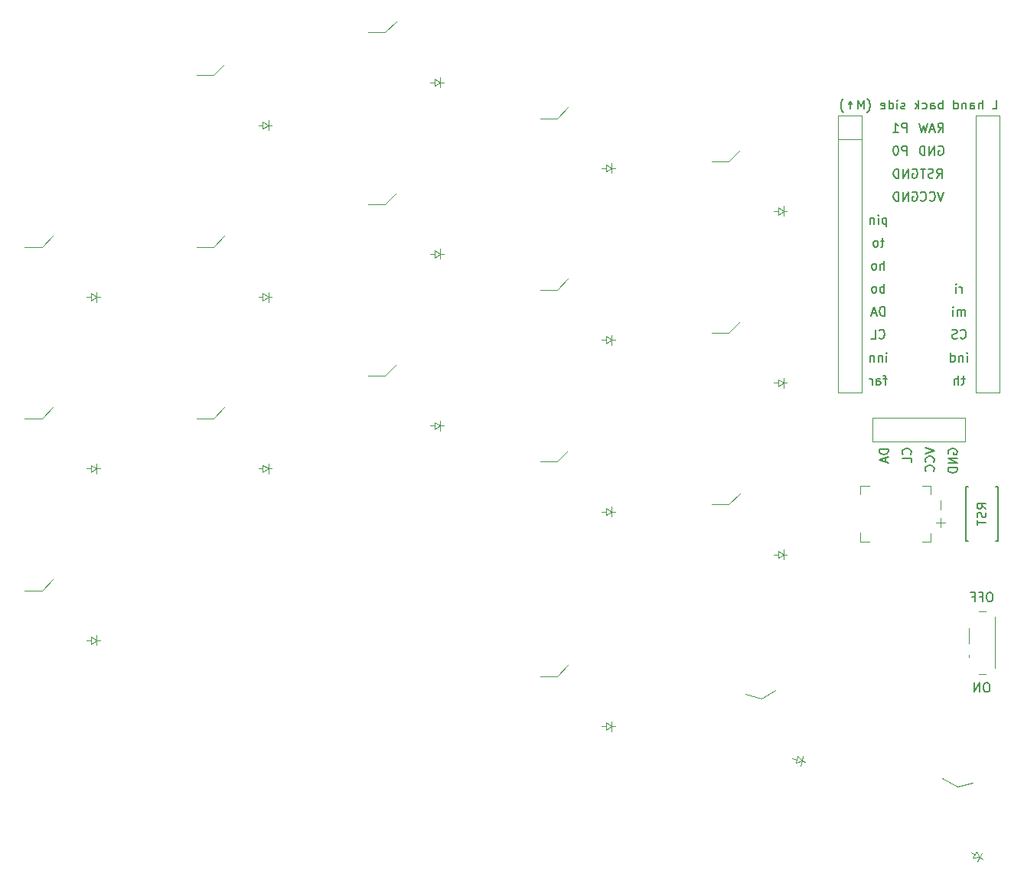
<source format=gbr>
%TF.GenerationSoftware,KiCad,Pcbnew,9.0.7*%
%TF.CreationDate,2026-01-26T01:07:57-05:00*%
%TF.ProjectId,v3,76332e6b-6963-4616-945f-706362585858,rev?*%
%TF.SameCoordinates,Original*%
%TF.FileFunction,Legend,Bot*%
%TF.FilePolarity,Positive*%
%FSLAX46Y46*%
G04 Gerber Fmt 4.6, Leading zero omitted, Abs format (unit mm)*
G04 Created by KiCad (PCBNEW 9.0.7) date 2026-01-26 01:07:57*
%MOMM*%
%LPD*%
G01*
G04 APERTURE LIST*
%ADD10C,0.150000*%
%ADD11C,0.100000*%
%ADD12C,0.120000*%
G04 APERTURE END LIST*
D10*
X190398094Y-66194819D02*
X190398094Y-65194819D01*
X190398094Y-65194819D02*
X190017142Y-65194819D01*
X190017142Y-65194819D02*
X189921904Y-65242438D01*
X189921904Y-65242438D02*
X189874285Y-65290057D01*
X189874285Y-65290057D02*
X189826666Y-65385295D01*
X189826666Y-65385295D02*
X189826666Y-65528152D01*
X189826666Y-65528152D02*
X189874285Y-65623390D01*
X189874285Y-65623390D02*
X189921904Y-65671009D01*
X189921904Y-65671009D02*
X190017142Y-65718628D01*
X190017142Y-65718628D02*
X190398094Y-65718628D01*
X189207618Y-65194819D02*
X189112380Y-65194819D01*
X189112380Y-65194819D02*
X189017142Y-65242438D01*
X189017142Y-65242438D02*
X188969523Y-65290057D01*
X188969523Y-65290057D02*
X188921904Y-65385295D01*
X188921904Y-65385295D02*
X188874285Y-65575771D01*
X188874285Y-65575771D02*
X188874285Y-65813866D01*
X188874285Y-65813866D02*
X188921904Y-66004342D01*
X188921904Y-66004342D02*
X188969523Y-66099580D01*
X188969523Y-66099580D02*
X189017142Y-66147200D01*
X189017142Y-66147200D02*
X189112380Y-66194819D01*
X189112380Y-66194819D02*
X189207618Y-66194819D01*
X189207618Y-66194819D02*
X189302856Y-66147200D01*
X189302856Y-66147200D02*
X189350475Y-66099580D01*
X189350475Y-66099580D02*
X189398094Y-66004342D01*
X189398094Y-66004342D02*
X189445713Y-65813866D01*
X189445713Y-65813866D02*
X189445713Y-65575771D01*
X189445713Y-65575771D02*
X189398094Y-65385295D01*
X189398094Y-65385295D02*
X189350475Y-65290057D01*
X189350475Y-65290057D02*
X189302856Y-65242438D01*
X189302856Y-65242438D02*
X189207618Y-65194819D01*
X188134761Y-89054819D02*
X188134761Y-88388152D01*
X188134761Y-88054819D02*
X188182380Y-88102438D01*
X188182380Y-88102438D02*
X188134761Y-88150057D01*
X188134761Y-88150057D02*
X188087142Y-88102438D01*
X188087142Y-88102438D02*
X188134761Y-88054819D01*
X188134761Y-88054819D02*
X188134761Y-88150057D01*
X187658571Y-88388152D02*
X187658571Y-89054819D01*
X187658571Y-88483390D02*
X187610952Y-88435771D01*
X187610952Y-88435771D02*
X187515714Y-88388152D01*
X187515714Y-88388152D02*
X187372857Y-88388152D01*
X187372857Y-88388152D02*
X187277619Y-88435771D01*
X187277619Y-88435771D02*
X187230000Y-88531009D01*
X187230000Y-88531009D02*
X187230000Y-89054819D01*
X186753809Y-88388152D02*
X186753809Y-89054819D01*
X186753809Y-88483390D02*
X186706190Y-88435771D01*
X186706190Y-88435771D02*
X186610952Y-88388152D01*
X186610952Y-88388152D02*
X186468095Y-88388152D01*
X186468095Y-88388152D02*
X186372857Y-88435771D01*
X186372857Y-88435771D02*
X186325238Y-88531009D01*
X186325238Y-88531009D02*
X186325238Y-89054819D01*
X193911904Y-65242438D02*
X194007142Y-65194819D01*
X194007142Y-65194819D02*
X194149999Y-65194819D01*
X194149999Y-65194819D02*
X194292856Y-65242438D01*
X194292856Y-65242438D02*
X194388094Y-65337676D01*
X194388094Y-65337676D02*
X194435713Y-65432914D01*
X194435713Y-65432914D02*
X194483332Y-65623390D01*
X194483332Y-65623390D02*
X194483332Y-65766247D01*
X194483332Y-65766247D02*
X194435713Y-65956723D01*
X194435713Y-65956723D02*
X194388094Y-66051961D01*
X194388094Y-66051961D02*
X194292856Y-66147200D01*
X194292856Y-66147200D02*
X194149999Y-66194819D01*
X194149999Y-66194819D02*
X194054761Y-66194819D01*
X194054761Y-66194819D02*
X193911904Y-66147200D01*
X193911904Y-66147200D02*
X193864285Y-66099580D01*
X193864285Y-66099580D02*
X193864285Y-65766247D01*
X193864285Y-65766247D02*
X194054761Y-65766247D01*
X193435713Y-66194819D02*
X193435713Y-65194819D01*
X193435713Y-65194819D02*
X192864285Y-66194819D01*
X192864285Y-66194819D02*
X192864285Y-65194819D01*
X192388094Y-66194819D02*
X192388094Y-65194819D01*
X192388094Y-65194819D02*
X192149999Y-65194819D01*
X192149999Y-65194819D02*
X192007142Y-65242438D01*
X192007142Y-65242438D02*
X191911904Y-65337676D01*
X191911904Y-65337676D02*
X191864285Y-65432914D01*
X191864285Y-65432914D02*
X191816666Y-65623390D01*
X191816666Y-65623390D02*
X191816666Y-65766247D01*
X191816666Y-65766247D02*
X191864285Y-65956723D01*
X191864285Y-65956723D02*
X191911904Y-66051961D01*
X191911904Y-66051961D02*
X192007142Y-66147200D01*
X192007142Y-66147200D02*
X192149999Y-66194819D01*
X192149999Y-66194819D02*
X192388094Y-66194819D01*
X187896666Y-78894819D02*
X187896666Y-77894819D01*
X187468095Y-78894819D02*
X187468095Y-78371009D01*
X187468095Y-78371009D02*
X187515714Y-78275771D01*
X187515714Y-78275771D02*
X187610952Y-78228152D01*
X187610952Y-78228152D02*
X187753809Y-78228152D01*
X187753809Y-78228152D02*
X187849047Y-78275771D01*
X187849047Y-78275771D02*
X187896666Y-78323390D01*
X186849047Y-78894819D02*
X186944285Y-78847200D01*
X186944285Y-78847200D02*
X186991904Y-78799580D01*
X186991904Y-78799580D02*
X187039523Y-78704342D01*
X187039523Y-78704342D02*
X187039523Y-78418628D01*
X187039523Y-78418628D02*
X186991904Y-78323390D01*
X186991904Y-78323390D02*
X186944285Y-78275771D01*
X186944285Y-78275771D02*
X186849047Y-78228152D01*
X186849047Y-78228152D02*
X186706190Y-78228152D01*
X186706190Y-78228152D02*
X186610952Y-78275771D01*
X186610952Y-78275771D02*
X186563333Y-78323390D01*
X186563333Y-78323390D02*
X186515714Y-78418628D01*
X186515714Y-78418628D02*
X186515714Y-78704342D01*
X186515714Y-78704342D02*
X186563333Y-78799580D01*
X186563333Y-78799580D02*
X186610952Y-78847200D01*
X186610952Y-78847200D02*
X186706190Y-78894819D01*
X186706190Y-78894819D02*
X186849047Y-78894819D01*
X193697619Y-68734819D02*
X194030952Y-68258628D01*
X194269047Y-68734819D02*
X194269047Y-67734819D01*
X194269047Y-67734819D02*
X193888095Y-67734819D01*
X193888095Y-67734819D02*
X193792857Y-67782438D01*
X193792857Y-67782438D02*
X193745238Y-67830057D01*
X193745238Y-67830057D02*
X193697619Y-67925295D01*
X193697619Y-67925295D02*
X193697619Y-68068152D01*
X193697619Y-68068152D02*
X193745238Y-68163390D01*
X193745238Y-68163390D02*
X193792857Y-68211009D01*
X193792857Y-68211009D02*
X193888095Y-68258628D01*
X193888095Y-68258628D02*
X194269047Y-68258628D01*
X193316666Y-68687200D02*
X193173809Y-68734819D01*
X193173809Y-68734819D02*
X192935714Y-68734819D01*
X192935714Y-68734819D02*
X192840476Y-68687200D01*
X192840476Y-68687200D02*
X192792857Y-68639580D01*
X192792857Y-68639580D02*
X192745238Y-68544342D01*
X192745238Y-68544342D02*
X192745238Y-68449104D01*
X192745238Y-68449104D02*
X192792857Y-68353866D01*
X192792857Y-68353866D02*
X192840476Y-68306247D01*
X192840476Y-68306247D02*
X192935714Y-68258628D01*
X192935714Y-68258628D02*
X193126190Y-68211009D01*
X193126190Y-68211009D02*
X193221428Y-68163390D01*
X193221428Y-68163390D02*
X193269047Y-68115771D01*
X193269047Y-68115771D02*
X193316666Y-68020533D01*
X193316666Y-68020533D02*
X193316666Y-67925295D01*
X193316666Y-67925295D02*
X193269047Y-67830057D01*
X193269047Y-67830057D02*
X193221428Y-67782438D01*
X193221428Y-67782438D02*
X193126190Y-67734819D01*
X193126190Y-67734819D02*
X192888095Y-67734819D01*
X192888095Y-67734819D02*
X192745238Y-67782438D01*
X192459523Y-67734819D02*
X191888095Y-67734819D01*
X192173809Y-68734819D02*
X192173809Y-67734819D01*
X196836665Y-83974819D02*
X196836665Y-83308152D01*
X196836665Y-83403390D02*
X196789046Y-83355771D01*
X196789046Y-83355771D02*
X196693808Y-83308152D01*
X196693808Y-83308152D02*
X196550951Y-83308152D01*
X196550951Y-83308152D02*
X196455713Y-83355771D01*
X196455713Y-83355771D02*
X196408094Y-83451009D01*
X196408094Y-83451009D02*
X196408094Y-83974819D01*
X196408094Y-83451009D02*
X196360475Y-83355771D01*
X196360475Y-83355771D02*
X196265237Y-83308152D01*
X196265237Y-83308152D02*
X196122380Y-83308152D01*
X196122380Y-83308152D02*
X196027141Y-83355771D01*
X196027141Y-83355771D02*
X195979522Y-83451009D01*
X195979522Y-83451009D02*
X195979522Y-83974819D01*
X195503332Y-83974819D02*
X195503332Y-83308152D01*
X195503332Y-82974819D02*
X195550951Y-83022438D01*
X195550951Y-83022438D02*
X195503332Y-83070057D01*
X195503332Y-83070057D02*
X195455713Y-83022438D01*
X195455713Y-83022438D02*
X195503332Y-82974819D01*
X195503332Y-82974819D02*
X195503332Y-83070057D01*
X187920475Y-83974819D02*
X187920475Y-82974819D01*
X187920475Y-82974819D02*
X187682380Y-82974819D01*
X187682380Y-82974819D02*
X187539523Y-83022438D01*
X187539523Y-83022438D02*
X187444285Y-83117676D01*
X187444285Y-83117676D02*
X187396666Y-83212914D01*
X187396666Y-83212914D02*
X187349047Y-83403390D01*
X187349047Y-83403390D02*
X187349047Y-83546247D01*
X187349047Y-83546247D02*
X187396666Y-83736723D01*
X187396666Y-83736723D02*
X187444285Y-83831961D01*
X187444285Y-83831961D02*
X187539523Y-83927200D01*
X187539523Y-83927200D02*
X187682380Y-83974819D01*
X187682380Y-83974819D02*
X187920475Y-83974819D01*
X186968094Y-83689104D02*
X186491904Y-83689104D01*
X187063332Y-83974819D02*
X186729999Y-82974819D01*
X186729999Y-82974819D02*
X186396666Y-83974819D01*
X188134761Y-73148152D02*
X188134761Y-74148152D01*
X188134761Y-73195771D02*
X188039523Y-73148152D01*
X188039523Y-73148152D02*
X187849047Y-73148152D01*
X187849047Y-73148152D02*
X187753809Y-73195771D01*
X187753809Y-73195771D02*
X187706190Y-73243390D01*
X187706190Y-73243390D02*
X187658571Y-73338628D01*
X187658571Y-73338628D02*
X187658571Y-73624342D01*
X187658571Y-73624342D02*
X187706190Y-73719580D01*
X187706190Y-73719580D02*
X187753809Y-73767200D01*
X187753809Y-73767200D02*
X187849047Y-73814819D01*
X187849047Y-73814819D02*
X188039523Y-73814819D01*
X188039523Y-73814819D02*
X188134761Y-73767200D01*
X187229999Y-73814819D02*
X187229999Y-73148152D01*
X187229999Y-72814819D02*
X187277618Y-72862438D01*
X187277618Y-72862438D02*
X187229999Y-72910057D01*
X187229999Y-72910057D02*
X187182380Y-72862438D01*
X187182380Y-72862438D02*
X187229999Y-72814819D01*
X187229999Y-72814819D02*
X187229999Y-72910057D01*
X186753809Y-73148152D02*
X186753809Y-73814819D01*
X186753809Y-73243390D02*
X186706190Y-73195771D01*
X186706190Y-73195771D02*
X186610952Y-73148152D01*
X186610952Y-73148152D02*
X186468095Y-73148152D01*
X186468095Y-73148152D02*
X186372857Y-73195771D01*
X186372857Y-73195771D02*
X186325238Y-73291009D01*
X186325238Y-73291009D02*
X186325238Y-73814819D01*
X199842858Y-61109819D02*
X200319048Y-61109819D01*
X200319048Y-61109819D02*
X200319048Y-60109819D01*
X198747619Y-61109819D02*
X198747619Y-60109819D01*
X198319048Y-61109819D02*
X198319048Y-60586009D01*
X198319048Y-60586009D02*
X198366667Y-60490771D01*
X198366667Y-60490771D02*
X198461905Y-60443152D01*
X198461905Y-60443152D02*
X198604762Y-60443152D01*
X198604762Y-60443152D02*
X198700000Y-60490771D01*
X198700000Y-60490771D02*
X198747619Y-60538390D01*
X197414286Y-61109819D02*
X197414286Y-60586009D01*
X197414286Y-60586009D02*
X197461905Y-60490771D01*
X197461905Y-60490771D02*
X197557143Y-60443152D01*
X197557143Y-60443152D02*
X197747619Y-60443152D01*
X197747619Y-60443152D02*
X197842857Y-60490771D01*
X197414286Y-61062200D02*
X197509524Y-61109819D01*
X197509524Y-61109819D02*
X197747619Y-61109819D01*
X197747619Y-61109819D02*
X197842857Y-61062200D01*
X197842857Y-61062200D02*
X197890476Y-60966961D01*
X197890476Y-60966961D02*
X197890476Y-60871723D01*
X197890476Y-60871723D02*
X197842857Y-60776485D01*
X197842857Y-60776485D02*
X197747619Y-60728866D01*
X197747619Y-60728866D02*
X197509524Y-60728866D01*
X197509524Y-60728866D02*
X197414286Y-60681247D01*
X196938095Y-60443152D02*
X196938095Y-61109819D01*
X196938095Y-60538390D02*
X196890476Y-60490771D01*
X196890476Y-60490771D02*
X196795238Y-60443152D01*
X196795238Y-60443152D02*
X196652381Y-60443152D01*
X196652381Y-60443152D02*
X196557143Y-60490771D01*
X196557143Y-60490771D02*
X196509524Y-60586009D01*
X196509524Y-60586009D02*
X196509524Y-61109819D01*
X195604762Y-61109819D02*
X195604762Y-60109819D01*
X195604762Y-61062200D02*
X195700000Y-61109819D01*
X195700000Y-61109819D02*
X195890476Y-61109819D01*
X195890476Y-61109819D02*
X195985714Y-61062200D01*
X195985714Y-61062200D02*
X196033333Y-61014580D01*
X196033333Y-61014580D02*
X196080952Y-60919342D01*
X196080952Y-60919342D02*
X196080952Y-60633628D01*
X196080952Y-60633628D02*
X196033333Y-60538390D01*
X196033333Y-60538390D02*
X195985714Y-60490771D01*
X195985714Y-60490771D02*
X195890476Y-60443152D01*
X195890476Y-60443152D02*
X195700000Y-60443152D01*
X195700000Y-60443152D02*
X195604762Y-60490771D01*
X194366666Y-61109819D02*
X194366666Y-60109819D01*
X194366666Y-60490771D02*
X194271428Y-60443152D01*
X194271428Y-60443152D02*
X194080952Y-60443152D01*
X194080952Y-60443152D02*
X193985714Y-60490771D01*
X193985714Y-60490771D02*
X193938095Y-60538390D01*
X193938095Y-60538390D02*
X193890476Y-60633628D01*
X193890476Y-60633628D02*
X193890476Y-60919342D01*
X193890476Y-60919342D02*
X193938095Y-61014580D01*
X193938095Y-61014580D02*
X193985714Y-61062200D01*
X193985714Y-61062200D02*
X194080952Y-61109819D01*
X194080952Y-61109819D02*
X194271428Y-61109819D01*
X194271428Y-61109819D02*
X194366666Y-61062200D01*
X193033333Y-61109819D02*
X193033333Y-60586009D01*
X193033333Y-60586009D02*
X193080952Y-60490771D01*
X193080952Y-60490771D02*
X193176190Y-60443152D01*
X193176190Y-60443152D02*
X193366666Y-60443152D01*
X193366666Y-60443152D02*
X193461904Y-60490771D01*
X193033333Y-61062200D02*
X193128571Y-61109819D01*
X193128571Y-61109819D02*
X193366666Y-61109819D01*
X193366666Y-61109819D02*
X193461904Y-61062200D01*
X193461904Y-61062200D02*
X193509523Y-60966961D01*
X193509523Y-60966961D02*
X193509523Y-60871723D01*
X193509523Y-60871723D02*
X193461904Y-60776485D01*
X193461904Y-60776485D02*
X193366666Y-60728866D01*
X193366666Y-60728866D02*
X193128571Y-60728866D01*
X193128571Y-60728866D02*
X193033333Y-60681247D01*
X192128571Y-61062200D02*
X192223809Y-61109819D01*
X192223809Y-61109819D02*
X192414285Y-61109819D01*
X192414285Y-61109819D02*
X192509523Y-61062200D01*
X192509523Y-61062200D02*
X192557142Y-61014580D01*
X192557142Y-61014580D02*
X192604761Y-60919342D01*
X192604761Y-60919342D02*
X192604761Y-60633628D01*
X192604761Y-60633628D02*
X192557142Y-60538390D01*
X192557142Y-60538390D02*
X192509523Y-60490771D01*
X192509523Y-60490771D02*
X192414285Y-60443152D01*
X192414285Y-60443152D02*
X192223809Y-60443152D01*
X192223809Y-60443152D02*
X192128571Y-60490771D01*
X191699999Y-61109819D02*
X191699999Y-60109819D01*
X191604761Y-60728866D02*
X191319047Y-61109819D01*
X191319047Y-60443152D02*
X191699999Y-60824104D01*
X190176189Y-61062200D02*
X190080951Y-61109819D01*
X190080951Y-61109819D02*
X189890475Y-61109819D01*
X189890475Y-61109819D02*
X189795237Y-61062200D01*
X189795237Y-61062200D02*
X189747618Y-60966961D01*
X189747618Y-60966961D02*
X189747618Y-60919342D01*
X189747618Y-60919342D02*
X189795237Y-60824104D01*
X189795237Y-60824104D02*
X189890475Y-60776485D01*
X189890475Y-60776485D02*
X190033332Y-60776485D01*
X190033332Y-60776485D02*
X190128570Y-60728866D01*
X190128570Y-60728866D02*
X190176189Y-60633628D01*
X190176189Y-60633628D02*
X190176189Y-60586009D01*
X190176189Y-60586009D02*
X190128570Y-60490771D01*
X190128570Y-60490771D02*
X190033332Y-60443152D01*
X190033332Y-60443152D02*
X189890475Y-60443152D01*
X189890475Y-60443152D02*
X189795237Y-60490771D01*
X189319046Y-61109819D02*
X189319046Y-60443152D01*
X189319046Y-60109819D02*
X189366665Y-60157438D01*
X189366665Y-60157438D02*
X189319046Y-60205057D01*
X189319046Y-60205057D02*
X189271427Y-60157438D01*
X189271427Y-60157438D02*
X189319046Y-60109819D01*
X189319046Y-60109819D02*
X189319046Y-60205057D01*
X188414285Y-61109819D02*
X188414285Y-60109819D01*
X188414285Y-61062200D02*
X188509523Y-61109819D01*
X188509523Y-61109819D02*
X188699999Y-61109819D01*
X188699999Y-61109819D02*
X188795237Y-61062200D01*
X188795237Y-61062200D02*
X188842856Y-61014580D01*
X188842856Y-61014580D02*
X188890475Y-60919342D01*
X188890475Y-60919342D02*
X188890475Y-60633628D01*
X188890475Y-60633628D02*
X188842856Y-60538390D01*
X188842856Y-60538390D02*
X188795237Y-60490771D01*
X188795237Y-60490771D02*
X188699999Y-60443152D01*
X188699999Y-60443152D02*
X188509523Y-60443152D01*
X188509523Y-60443152D02*
X188414285Y-60490771D01*
X187557142Y-61062200D02*
X187652380Y-61109819D01*
X187652380Y-61109819D02*
X187842856Y-61109819D01*
X187842856Y-61109819D02*
X187938094Y-61062200D01*
X187938094Y-61062200D02*
X187985713Y-60966961D01*
X187985713Y-60966961D02*
X187985713Y-60586009D01*
X187985713Y-60586009D02*
X187938094Y-60490771D01*
X187938094Y-60490771D02*
X187842856Y-60443152D01*
X187842856Y-60443152D02*
X187652380Y-60443152D01*
X187652380Y-60443152D02*
X187557142Y-60490771D01*
X187557142Y-60490771D02*
X187509523Y-60586009D01*
X187509523Y-60586009D02*
X187509523Y-60681247D01*
X187509523Y-60681247D02*
X187985713Y-60776485D01*
X186033332Y-61490771D02*
X186080951Y-61443152D01*
X186080951Y-61443152D02*
X186176189Y-61300295D01*
X186176189Y-61300295D02*
X186223808Y-61205057D01*
X186223808Y-61205057D02*
X186271427Y-61062200D01*
X186271427Y-61062200D02*
X186319046Y-60824104D01*
X186319046Y-60824104D02*
X186319046Y-60633628D01*
X186319046Y-60633628D02*
X186271427Y-60395533D01*
X186271427Y-60395533D02*
X186223808Y-60252676D01*
X186223808Y-60252676D02*
X186176189Y-60157438D01*
X186176189Y-60157438D02*
X186080951Y-60014580D01*
X186080951Y-60014580D02*
X186033332Y-59966961D01*
X185652379Y-61109819D02*
X185652379Y-60109819D01*
X185652379Y-60109819D02*
X185319046Y-60824104D01*
X185319046Y-60824104D02*
X184985713Y-60109819D01*
X184985713Y-60109819D02*
X184985713Y-61109819D01*
X184128570Y-61109819D02*
X184128570Y-60347914D01*
X184319046Y-60538390D02*
X184128570Y-60347914D01*
X184128570Y-60347914D02*
X183938094Y-60538390D01*
X183366665Y-61490771D02*
X183319046Y-61443152D01*
X183319046Y-61443152D02*
X183223808Y-61300295D01*
X183223808Y-61300295D02*
X183176189Y-61205057D01*
X183176189Y-61205057D02*
X183128570Y-61062200D01*
X183128570Y-61062200D02*
X183080951Y-60824104D01*
X183080951Y-60824104D02*
X183080951Y-60633628D01*
X183080951Y-60633628D02*
X183128570Y-60395533D01*
X183128570Y-60395533D02*
X183176189Y-60252676D01*
X183176189Y-60252676D02*
X183223808Y-60157438D01*
X183223808Y-60157438D02*
X183319046Y-60014580D01*
X183319046Y-60014580D02*
X183366665Y-59966961D01*
X196812856Y-90928152D02*
X196431904Y-90928152D01*
X196669999Y-90594819D02*
X196669999Y-91451961D01*
X196669999Y-91451961D02*
X196622380Y-91547200D01*
X196622380Y-91547200D02*
X196527142Y-91594819D01*
X196527142Y-91594819D02*
X196431904Y-91594819D01*
X196098570Y-91594819D02*
X196098570Y-90594819D01*
X195669999Y-91594819D02*
X195669999Y-91071009D01*
X195669999Y-91071009D02*
X195717618Y-90975771D01*
X195717618Y-90975771D02*
X195812856Y-90928152D01*
X195812856Y-90928152D02*
X195955713Y-90928152D01*
X195955713Y-90928152D02*
X196050951Y-90975771D01*
X196050951Y-90975771D02*
X196098570Y-91023390D01*
X191011904Y-70322438D02*
X191107142Y-70274819D01*
X191107142Y-70274819D02*
X191249999Y-70274819D01*
X191249999Y-70274819D02*
X191392856Y-70322438D01*
X191392856Y-70322438D02*
X191488094Y-70417676D01*
X191488094Y-70417676D02*
X191535713Y-70512914D01*
X191535713Y-70512914D02*
X191583332Y-70703390D01*
X191583332Y-70703390D02*
X191583332Y-70846247D01*
X191583332Y-70846247D02*
X191535713Y-71036723D01*
X191535713Y-71036723D02*
X191488094Y-71131961D01*
X191488094Y-71131961D02*
X191392856Y-71227200D01*
X191392856Y-71227200D02*
X191249999Y-71274819D01*
X191249999Y-71274819D02*
X191154761Y-71274819D01*
X191154761Y-71274819D02*
X191011904Y-71227200D01*
X191011904Y-71227200D02*
X190964285Y-71179580D01*
X190964285Y-71179580D02*
X190964285Y-70846247D01*
X190964285Y-70846247D02*
X191154761Y-70846247D01*
X190535713Y-71274819D02*
X190535713Y-70274819D01*
X190535713Y-70274819D02*
X189964285Y-71274819D01*
X189964285Y-71274819D02*
X189964285Y-70274819D01*
X189488094Y-71274819D02*
X189488094Y-70274819D01*
X189488094Y-70274819D02*
X189249999Y-70274819D01*
X189249999Y-70274819D02*
X189107142Y-70322438D01*
X189107142Y-70322438D02*
X189011904Y-70417676D01*
X189011904Y-70417676D02*
X188964285Y-70512914D01*
X188964285Y-70512914D02*
X188916666Y-70703390D01*
X188916666Y-70703390D02*
X188916666Y-70846247D01*
X188916666Y-70846247D02*
X188964285Y-71036723D01*
X188964285Y-71036723D02*
X189011904Y-71131961D01*
X189011904Y-71131961D02*
X189107142Y-71227200D01*
X189107142Y-71227200D02*
X189249999Y-71274819D01*
X189249999Y-71274819D02*
X189488094Y-71274819D01*
X193840476Y-63654819D02*
X194173809Y-63178628D01*
X194411904Y-63654819D02*
X194411904Y-62654819D01*
X194411904Y-62654819D02*
X194030952Y-62654819D01*
X194030952Y-62654819D02*
X193935714Y-62702438D01*
X193935714Y-62702438D02*
X193888095Y-62750057D01*
X193888095Y-62750057D02*
X193840476Y-62845295D01*
X193840476Y-62845295D02*
X193840476Y-62988152D01*
X193840476Y-62988152D02*
X193888095Y-63083390D01*
X193888095Y-63083390D02*
X193935714Y-63131009D01*
X193935714Y-63131009D02*
X194030952Y-63178628D01*
X194030952Y-63178628D02*
X194411904Y-63178628D01*
X193459523Y-63369104D02*
X192983333Y-63369104D01*
X193554761Y-63654819D02*
X193221428Y-62654819D01*
X193221428Y-62654819D02*
X192888095Y-63654819D01*
X192649999Y-62654819D02*
X192411904Y-63654819D01*
X192411904Y-63654819D02*
X192221428Y-62940533D01*
X192221428Y-62940533D02*
X192030952Y-63654819D01*
X192030952Y-63654819D02*
X191792857Y-62654819D01*
X191011904Y-67782438D02*
X191107142Y-67734819D01*
X191107142Y-67734819D02*
X191249999Y-67734819D01*
X191249999Y-67734819D02*
X191392856Y-67782438D01*
X191392856Y-67782438D02*
X191488094Y-67877676D01*
X191488094Y-67877676D02*
X191535713Y-67972914D01*
X191535713Y-67972914D02*
X191583332Y-68163390D01*
X191583332Y-68163390D02*
X191583332Y-68306247D01*
X191583332Y-68306247D02*
X191535713Y-68496723D01*
X191535713Y-68496723D02*
X191488094Y-68591961D01*
X191488094Y-68591961D02*
X191392856Y-68687200D01*
X191392856Y-68687200D02*
X191249999Y-68734819D01*
X191249999Y-68734819D02*
X191154761Y-68734819D01*
X191154761Y-68734819D02*
X191011904Y-68687200D01*
X191011904Y-68687200D02*
X190964285Y-68639580D01*
X190964285Y-68639580D02*
X190964285Y-68306247D01*
X190964285Y-68306247D02*
X191154761Y-68306247D01*
X190535713Y-68734819D02*
X190535713Y-67734819D01*
X190535713Y-67734819D02*
X189964285Y-68734819D01*
X189964285Y-68734819D02*
X189964285Y-67734819D01*
X189488094Y-68734819D02*
X189488094Y-67734819D01*
X189488094Y-67734819D02*
X189249999Y-67734819D01*
X189249999Y-67734819D02*
X189107142Y-67782438D01*
X189107142Y-67782438D02*
X189011904Y-67877676D01*
X189011904Y-67877676D02*
X188964285Y-67972914D01*
X188964285Y-67972914D02*
X188916666Y-68163390D01*
X188916666Y-68163390D02*
X188916666Y-68306247D01*
X188916666Y-68306247D02*
X188964285Y-68496723D01*
X188964285Y-68496723D02*
X189011904Y-68591961D01*
X189011904Y-68591961D02*
X189107142Y-68687200D01*
X189107142Y-68687200D02*
X189249999Y-68734819D01*
X189249999Y-68734819D02*
X189488094Y-68734819D01*
X190398094Y-63654819D02*
X190398094Y-62654819D01*
X190398094Y-62654819D02*
X190017142Y-62654819D01*
X190017142Y-62654819D02*
X189921904Y-62702438D01*
X189921904Y-62702438D02*
X189874285Y-62750057D01*
X189874285Y-62750057D02*
X189826666Y-62845295D01*
X189826666Y-62845295D02*
X189826666Y-62988152D01*
X189826666Y-62988152D02*
X189874285Y-63083390D01*
X189874285Y-63083390D02*
X189921904Y-63131009D01*
X189921904Y-63131009D02*
X190017142Y-63178628D01*
X190017142Y-63178628D02*
X190398094Y-63178628D01*
X188874285Y-63654819D02*
X189445713Y-63654819D01*
X189159999Y-63654819D02*
X189159999Y-62654819D01*
X189159999Y-62654819D02*
X189255237Y-62797676D01*
X189255237Y-62797676D02*
X189350475Y-62892914D01*
X189350475Y-62892914D02*
X189445713Y-62940533D01*
X187896666Y-81434819D02*
X187896666Y-80434819D01*
X187896666Y-80815771D02*
X187801428Y-80768152D01*
X187801428Y-80768152D02*
X187610952Y-80768152D01*
X187610952Y-80768152D02*
X187515714Y-80815771D01*
X187515714Y-80815771D02*
X187468095Y-80863390D01*
X187468095Y-80863390D02*
X187420476Y-80958628D01*
X187420476Y-80958628D02*
X187420476Y-81244342D01*
X187420476Y-81244342D02*
X187468095Y-81339580D01*
X187468095Y-81339580D02*
X187515714Y-81387200D01*
X187515714Y-81387200D02*
X187610952Y-81434819D01*
X187610952Y-81434819D02*
X187801428Y-81434819D01*
X187801428Y-81434819D02*
X187896666Y-81387200D01*
X186849047Y-81434819D02*
X186944285Y-81387200D01*
X186944285Y-81387200D02*
X186991904Y-81339580D01*
X186991904Y-81339580D02*
X187039523Y-81244342D01*
X187039523Y-81244342D02*
X187039523Y-80958628D01*
X187039523Y-80958628D02*
X186991904Y-80863390D01*
X186991904Y-80863390D02*
X186944285Y-80815771D01*
X186944285Y-80815771D02*
X186849047Y-80768152D01*
X186849047Y-80768152D02*
X186706190Y-80768152D01*
X186706190Y-80768152D02*
X186610952Y-80815771D01*
X186610952Y-80815771D02*
X186563333Y-80863390D01*
X186563333Y-80863390D02*
X186515714Y-80958628D01*
X186515714Y-80958628D02*
X186515714Y-81244342D01*
X186515714Y-81244342D02*
X186563333Y-81339580D01*
X186563333Y-81339580D02*
X186610952Y-81387200D01*
X186610952Y-81387200D02*
X186706190Y-81434819D01*
X186706190Y-81434819D02*
X186849047Y-81434819D01*
X187872856Y-75688152D02*
X187491904Y-75688152D01*
X187729999Y-75354819D02*
X187729999Y-76211961D01*
X187729999Y-76211961D02*
X187682380Y-76307200D01*
X187682380Y-76307200D02*
X187587142Y-76354819D01*
X187587142Y-76354819D02*
X187491904Y-76354819D01*
X187015713Y-76354819D02*
X187110951Y-76307200D01*
X187110951Y-76307200D02*
X187158570Y-76259580D01*
X187158570Y-76259580D02*
X187206189Y-76164342D01*
X187206189Y-76164342D02*
X187206189Y-75878628D01*
X187206189Y-75878628D02*
X187158570Y-75783390D01*
X187158570Y-75783390D02*
X187110951Y-75735771D01*
X187110951Y-75735771D02*
X187015713Y-75688152D01*
X187015713Y-75688152D02*
X186872856Y-75688152D01*
X186872856Y-75688152D02*
X186777618Y-75735771D01*
X186777618Y-75735771D02*
X186729999Y-75783390D01*
X186729999Y-75783390D02*
X186682380Y-75878628D01*
X186682380Y-75878628D02*
X186682380Y-76164342D01*
X186682380Y-76164342D02*
X186729999Y-76259580D01*
X186729999Y-76259580D02*
X186777618Y-76307200D01*
X186777618Y-76307200D02*
X186872856Y-76354819D01*
X186872856Y-76354819D02*
X187015713Y-76354819D01*
X188182380Y-90928152D02*
X187801428Y-90928152D01*
X188039523Y-91594819D02*
X188039523Y-90737676D01*
X188039523Y-90737676D02*
X187991904Y-90642438D01*
X187991904Y-90642438D02*
X187896666Y-90594819D01*
X187896666Y-90594819D02*
X187801428Y-90594819D01*
X187039523Y-91594819D02*
X187039523Y-91071009D01*
X187039523Y-91071009D02*
X187087142Y-90975771D01*
X187087142Y-90975771D02*
X187182380Y-90928152D01*
X187182380Y-90928152D02*
X187372856Y-90928152D01*
X187372856Y-90928152D02*
X187468094Y-90975771D01*
X187039523Y-91547200D02*
X187134761Y-91594819D01*
X187134761Y-91594819D02*
X187372856Y-91594819D01*
X187372856Y-91594819D02*
X187468094Y-91547200D01*
X187468094Y-91547200D02*
X187515713Y-91451961D01*
X187515713Y-91451961D02*
X187515713Y-91356723D01*
X187515713Y-91356723D02*
X187468094Y-91261485D01*
X187468094Y-91261485D02*
X187372856Y-91213866D01*
X187372856Y-91213866D02*
X187134761Y-91213866D01*
X187134761Y-91213866D02*
X187039523Y-91166247D01*
X186563332Y-91594819D02*
X186563332Y-90928152D01*
X186563332Y-91118628D02*
X186515713Y-91023390D01*
X186515713Y-91023390D02*
X186468094Y-90975771D01*
X186468094Y-90975771D02*
X186372856Y-90928152D01*
X186372856Y-90928152D02*
X186277618Y-90928152D01*
X196479523Y-81434819D02*
X196479523Y-80768152D01*
X196479523Y-80958628D02*
X196431904Y-80863390D01*
X196431904Y-80863390D02*
X196384285Y-80815771D01*
X196384285Y-80815771D02*
X196289047Y-80768152D01*
X196289047Y-80768152D02*
X196193809Y-80768152D01*
X195860475Y-81434819D02*
X195860475Y-80768152D01*
X195860475Y-80434819D02*
X195908094Y-80482438D01*
X195908094Y-80482438D02*
X195860475Y-80530057D01*
X195860475Y-80530057D02*
X195812856Y-80482438D01*
X195812856Y-80482438D02*
X195860475Y-80434819D01*
X195860475Y-80434819D02*
X195860475Y-80530057D01*
X196336666Y-86419580D02*
X196384285Y-86467200D01*
X196384285Y-86467200D02*
X196527142Y-86514819D01*
X196527142Y-86514819D02*
X196622380Y-86514819D01*
X196622380Y-86514819D02*
X196765237Y-86467200D01*
X196765237Y-86467200D02*
X196860475Y-86371961D01*
X196860475Y-86371961D02*
X196908094Y-86276723D01*
X196908094Y-86276723D02*
X196955713Y-86086247D01*
X196955713Y-86086247D02*
X196955713Y-85943390D01*
X196955713Y-85943390D02*
X196908094Y-85752914D01*
X196908094Y-85752914D02*
X196860475Y-85657676D01*
X196860475Y-85657676D02*
X196765237Y-85562438D01*
X196765237Y-85562438D02*
X196622380Y-85514819D01*
X196622380Y-85514819D02*
X196527142Y-85514819D01*
X196527142Y-85514819D02*
X196384285Y-85562438D01*
X196384285Y-85562438D02*
X196336666Y-85610057D01*
X195955713Y-86467200D02*
X195812856Y-86514819D01*
X195812856Y-86514819D02*
X195574761Y-86514819D01*
X195574761Y-86514819D02*
X195479523Y-86467200D01*
X195479523Y-86467200D02*
X195431904Y-86419580D01*
X195431904Y-86419580D02*
X195384285Y-86324342D01*
X195384285Y-86324342D02*
X195384285Y-86229104D01*
X195384285Y-86229104D02*
X195431904Y-86133866D01*
X195431904Y-86133866D02*
X195479523Y-86086247D01*
X195479523Y-86086247D02*
X195574761Y-86038628D01*
X195574761Y-86038628D02*
X195765237Y-85991009D01*
X195765237Y-85991009D02*
X195860475Y-85943390D01*
X195860475Y-85943390D02*
X195908094Y-85895771D01*
X195908094Y-85895771D02*
X195955713Y-85800533D01*
X195955713Y-85800533D02*
X195955713Y-85705295D01*
X195955713Y-85705295D02*
X195908094Y-85610057D01*
X195908094Y-85610057D02*
X195860475Y-85562438D01*
X195860475Y-85562438D02*
X195765237Y-85514819D01*
X195765237Y-85514819D02*
X195527142Y-85514819D01*
X195527142Y-85514819D02*
X195384285Y-85562438D01*
X197074761Y-89054819D02*
X197074761Y-88388152D01*
X197074761Y-88054819D02*
X197122380Y-88102438D01*
X197122380Y-88102438D02*
X197074761Y-88150057D01*
X197074761Y-88150057D02*
X197027142Y-88102438D01*
X197027142Y-88102438D02*
X197074761Y-88054819D01*
X197074761Y-88054819D02*
X197074761Y-88150057D01*
X196598571Y-88388152D02*
X196598571Y-89054819D01*
X196598571Y-88483390D02*
X196550952Y-88435771D01*
X196550952Y-88435771D02*
X196455714Y-88388152D01*
X196455714Y-88388152D02*
X196312857Y-88388152D01*
X196312857Y-88388152D02*
X196217619Y-88435771D01*
X196217619Y-88435771D02*
X196170000Y-88531009D01*
X196170000Y-88531009D02*
X196170000Y-89054819D01*
X195265238Y-89054819D02*
X195265238Y-88054819D01*
X195265238Y-89007200D02*
X195360476Y-89054819D01*
X195360476Y-89054819D02*
X195550952Y-89054819D01*
X195550952Y-89054819D02*
X195646190Y-89007200D01*
X195646190Y-89007200D02*
X195693809Y-88959580D01*
X195693809Y-88959580D02*
X195741428Y-88864342D01*
X195741428Y-88864342D02*
X195741428Y-88578628D01*
X195741428Y-88578628D02*
X195693809Y-88483390D01*
X195693809Y-88483390D02*
X195646190Y-88435771D01*
X195646190Y-88435771D02*
X195550952Y-88388152D01*
X195550952Y-88388152D02*
X195360476Y-88388152D01*
X195360476Y-88388152D02*
X195265238Y-88435771D01*
X194483332Y-70274819D02*
X194149999Y-71274819D01*
X194149999Y-71274819D02*
X193816666Y-70274819D01*
X192911904Y-71179580D02*
X192959523Y-71227200D01*
X192959523Y-71227200D02*
X193102380Y-71274819D01*
X193102380Y-71274819D02*
X193197618Y-71274819D01*
X193197618Y-71274819D02*
X193340475Y-71227200D01*
X193340475Y-71227200D02*
X193435713Y-71131961D01*
X193435713Y-71131961D02*
X193483332Y-71036723D01*
X193483332Y-71036723D02*
X193530951Y-70846247D01*
X193530951Y-70846247D02*
X193530951Y-70703390D01*
X193530951Y-70703390D02*
X193483332Y-70512914D01*
X193483332Y-70512914D02*
X193435713Y-70417676D01*
X193435713Y-70417676D02*
X193340475Y-70322438D01*
X193340475Y-70322438D02*
X193197618Y-70274819D01*
X193197618Y-70274819D02*
X193102380Y-70274819D01*
X193102380Y-70274819D02*
X192959523Y-70322438D01*
X192959523Y-70322438D02*
X192911904Y-70370057D01*
X191911904Y-71179580D02*
X191959523Y-71227200D01*
X191959523Y-71227200D02*
X192102380Y-71274819D01*
X192102380Y-71274819D02*
X192197618Y-71274819D01*
X192197618Y-71274819D02*
X192340475Y-71227200D01*
X192340475Y-71227200D02*
X192435713Y-71131961D01*
X192435713Y-71131961D02*
X192483332Y-71036723D01*
X192483332Y-71036723D02*
X192530951Y-70846247D01*
X192530951Y-70846247D02*
X192530951Y-70703390D01*
X192530951Y-70703390D02*
X192483332Y-70512914D01*
X192483332Y-70512914D02*
X192435713Y-70417676D01*
X192435713Y-70417676D02*
X192340475Y-70322438D01*
X192340475Y-70322438D02*
X192197618Y-70274819D01*
X192197618Y-70274819D02*
X192102380Y-70274819D01*
X192102380Y-70274819D02*
X191959523Y-70322438D01*
X191959523Y-70322438D02*
X191911904Y-70370057D01*
X187325238Y-86419580D02*
X187372857Y-86467200D01*
X187372857Y-86467200D02*
X187515714Y-86514819D01*
X187515714Y-86514819D02*
X187610952Y-86514819D01*
X187610952Y-86514819D02*
X187753809Y-86467200D01*
X187753809Y-86467200D02*
X187849047Y-86371961D01*
X187849047Y-86371961D02*
X187896666Y-86276723D01*
X187896666Y-86276723D02*
X187944285Y-86086247D01*
X187944285Y-86086247D02*
X187944285Y-85943390D01*
X187944285Y-85943390D02*
X187896666Y-85752914D01*
X187896666Y-85752914D02*
X187849047Y-85657676D01*
X187849047Y-85657676D02*
X187753809Y-85562438D01*
X187753809Y-85562438D02*
X187610952Y-85514819D01*
X187610952Y-85514819D02*
X187515714Y-85514819D01*
X187515714Y-85514819D02*
X187372857Y-85562438D01*
X187372857Y-85562438D02*
X187325238Y-85610057D01*
X186420476Y-86514819D02*
X186896666Y-86514819D01*
X186896666Y-86514819D02*
X186896666Y-85514819D01*
X199154819Y-105352380D02*
X198678628Y-105019047D01*
X199154819Y-104780952D02*
X198154819Y-104780952D01*
X198154819Y-104780952D02*
X198154819Y-105161904D01*
X198154819Y-105161904D02*
X198202438Y-105257142D01*
X198202438Y-105257142D02*
X198250057Y-105304761D01*
X198250057Y-105304761D02*
X198345295Y-105352380D01*
X198345295Y-105352380D02*
X198488152Y-105352380D01*
X198488152Y-105352380D02*
X198583390Y-105304761D01*
X198583390Y-105304761D02*
X198631009Y-105257142D01*
X198631009Y-105257142D02*
X198678628Y-105161904D01*
X198678628Y-105161904D02*
X198678628Y-104780952D01*
X199107200Y-105733333D02*
X199154819Y-105876190D01*
X199154819Y-105876190D02*
X199154819Y-106114285D01*
X199154819Y-106114285D02*
X199107200Y-106209523D01*
X199107200Y-106209523D02*
X199059580Y-106257142D01*
X199059580Y-106257142D02*
X198964342Y-106304761D01*
X198964342Y-106304761D02*
X198869104Y-106304761D01*
X198869104Y-106304761D02*
X198773866Y-106257142D01*
X198773866Y-106257142D02*
X198726247Y-106209523D01*
X198726247Y-106209523D02*
X198678628Y-106114285D01*
X198678628Y-106114285D02*
X198631009Y-105923809D01*
X198631009Y-105923809D02*
X198583390Y-105828571D01*
X198583390Y-105828571D02*
X198535771Y-105780952D01*
X198535771Y-105780952D02*
X198440533Y-105733333D01*
X198440533Y-105733333D02*
X198345295Y-105733333D01*
X198345295Y-105733333D02*
X198250057Y-105780952D01*
X198250057Y-105780952D02*
X198202438Y-105828571D01*
X198202438Y-105828571D02*
X198154819Y-105923809D01*
X198154819Y-105923809D02*
X198154819Y-106161904D01*
X198154819Y-106161904D02*
X198202438Y-106304761D01*
X198154819Y-106590476D02*
X198154819Y-107161904D01*
X199154819Y-106876190D02*
X198154819Y-106876190D01*
X190789580Y-99308207D02*
X190837200Y-99260588D01*
X190837200Y-99260588D02*
X190884819Y-99117731D01*
X190884819Y-99117731D02*
X190884819Y-99022493D01*
X190884819Y-99022493D02*
X190837200Y-98879636D01*
X190837200Y-98879636D02*
X190741961Y-98784398D01*
X190741961Y-98784398D02*
X190646723Y-98736779D01*
X190646723Y-98736779D02*
X190456247Y-98689160D01*
X190456247Y-98689160D02*
X190313390Y-98689160D01*
X190313390Y-98689160D02*
X190122914Y-98736779D01*
X190122914Y-98736779D02*
X190027676Y-98784398D01*
X190027676Y-98784398D02*
X189932438Y-98879636D01*
X189932438Y-98879636D02*
X189884819Y-99022493D01*
X189884819Y-99022493D02*
X189884819Y-99117731D01*
X189884819Y-99117731D02*
X189932438Y-99260588D01*
X189932438Y-99260588D02*
X189980057Y-99308207D01*
X190884819Y-100212969D02*
X190884819Y-99736779D01*
X190884819Y-99736779D02*
X189884819Y-99736779D01*
X192424819Y-98593922D02*
X193424819Y-98927255D01*
X193424819Y-98927255D02*
X192424819Y-99260588D01*
X193329580Y-100165350D02*
X193377200Y-100117731D01*
X193377200Y-100117731D02*
X193424819Y-99974874D01*
X193424819Y-99974874D02*
X193424819Y-99879636D01*
X193424819Y-99879636D02*
X193377200Y-99736779D01*
X193377200Y-99736779D02*
X193281961Y-99641541D01*
X193281961Y-99641541D02*
X193186723Y-99593922D01*
X193186723Y-99593922D02*
X192996247Y-99546303D01*
X192996247Y-99546303D02*
X192853390Y-99546303D01*
X192853390Y-99546303D02*
X192662914Y-99593922D01*
X192662914Y-99593922D02*
X192567676Y-99641541D01*
X192567676Y-99641541D02*
X192472438Y-99736779D01*
X192472438Y-99736779D02*
X192424819Y-99879636D01*
X192424819Y-99879636D02*
X192424819Y-99974874D01*
X192424819Y-99974874D02*
X192472438Y-100117731D01*
X192472438Y-100117731D02*
X192520057Y-100165350D01*
X193329580Y-101165350D02*
X193377200Y-101117731D01*
X193377200Y-101117731D02*
X193424819Y-100974874D01*
X193424819Y-100974874D02*
X193424819Y-100879636D01*
X193424819Y-100879636D02*
X193377200Y-100736779D01*
X193377200Y-100736779D02*
X193281961Y-100641541D01*
X193281961Y-100641541D02*
X193186723Y-100593922D01*
X193186723Y-100593922D02*
X192996247Y-100546303D01*
X192996247Y-100546303D02*
X192853390Y-100546303D01*
X192853390Y-100546303D02*
X192662914Y-100593922D01*
X192662914Y-100593922D02*
X192567676Y-100641541D01*
X192567676Y-100641541D02*
X192472438Y-100736779D01*
X192472438Y-100736779D02*
X192424819Y-100879636D01*
X192424819Y-100879636D02*
X192424819Y-100974874D01*
X192424819Y-100974874D02*
X192472438Y-101117731D01*
X192472438Y-101117731D02*
X192520057Y-101165350D01*
X195012438Y-99260588D02*
X194964819Y-99165350D01*
X194964819Y-99165350D02*
X194964819Y-99022493D01*
X194964819Y-99022493D02*
X195012438Y-98879636D01*
X195012438Y-98879636D02*
X195107676Y-98784398D01*
X195107676Y-98784398D02*
X195202914Y-98736779D01*
X195202914Y-98736779D02*
X195393390Y-98689160D01*
X195393390Y-98689160D02*
X195536247Y-98689160D01*
X195536247Y-98689160D02*
X195726723Y-98736779D01*
X195726723Y-98736779D02*
X195821961Y-98784398D01*
X195821961Y-98784398D02*
X195917200Y-98879636D01*
X195917200Y-98879636D02*
X195964819Y-99022493D01*
X195964819Y-99022493D02*
X195964819Y-99117731D01*
X195964819Y-99117731D02*
X195917200Y-99260588D01*
X195917200Y-99260588D02*
X195869580Y-99308207D01*
X195869580Y-99308207D02*
X195536247Y-99308207D01*
X195536247Y-99308207D02*
X195536247Y-99117731D01*
X195964819Y-99736779D02*
X194964819Y-99736779D01*
X194964819Y-99736779D02*
X195964819Y-100308207D01*
X195964819Y-100308207D02*
X194964819Y-100308207D01*
X195964819Y-100784398D02*
X194964819Y-100784398D01*
X194964819Y-100784398D02*
X194964819Y-101022493D01*
X194964819Y-101022493D02*
X195012438Y-101165350D01*
X195012438Y-101165350D02*
X195107676Y-101260588D01*
X195107676Y-101260588D02*
X195202914Y-101308207D01*
X195202914Y-101308207D02*
X195393390Y-101355826D01*
X195393390Y-101355826D02*
X195536247Y-101355826D01*
X195536247Y-101355826D02*
X195726723Y-101308207D01*
X195726723Y-101308207D02*
X195821961Y-101260588D01*
X195821961Y-101260588D02*
X195917200Y-101165350D01*
X195917200Y-101165350D02*
X195964819Y-101022493D01*
X195964819Y-101022493D02*
X195964819Y-100784398D01*
X188344819Y-98736779D02*
X187344819Y-98736779D01*
X187344819Y-98736779D02*
X187344819Y-98974874D01*
X187344819Y-98974874D02*
X187392438Y-99117731D01*
X187392438Y-99117731D02*
X187487676Y-99212969D01*
X187487676Y-99212969D02*
X187582914Y-99260588D01*
X187582914Y-99260588D02*
X187773390Y-99308207D01*
X187773390Y-99308207D02*
X187916247Y-99308207D01*
X187916247Y-99308207D02*
X188106723Y-99260588D01*
X188106723Y-99260588D02*
X188201961Y-99212969D01*
X188201961Y-99212969D02*
X188297200Y-99117731D01*
X188297200Y-99117731D02*
X188344819Y-98974874D01*
X188344819Y-98974874D02*
X188344819Y-98736779D01*
X188059104Y-99689160D02*
X188059104Y-100165350D01*
X188344819Y-99593922D02*
X187344819Y-99927255D01*
X187344819Y-99927255D02*
X188344819Y-100260588D01*
X199652380Y-114604819D02*
X199461904Y-114604819D01*
X199461904Y-114604819D02*
X199366666Y-114652438D01*
X199366666Y-114652438D02*
X199271428Y-114747676D01*
X199271428Y-114747676D02*
X199223809Y-114938152D01*
X199223809Y-114938152D02*
X199223809Y-115271485D01*
X199223809Y-115271485D02*
X199271428Y-115461961D01*
X199271428Y-115461961D02*
X199366666Y-115557200D01*
X199366666Y-115557200D02*
X199461904Y-115604819D01*
X199461904Y-115604819D02*
X199652380Y-115604819D01*
X199652380Y-115604819D02*
X199747618Y-115557200D01*
X199747618Y-115557200D02*
X199842856Y-115461961D01*
X199842856Y-115461961D02*
X199890475Y-115271485D01*
X199890475Y-115271485D02*
X199890475Y-114938152D01*
X199890475Y-114938152D02*
X199842856Y-114747676D01*
X199842856Y-114747676D02*
X199747618Y-114652438D01*
X199747618Y-114652438D02*
X199652380Y-114604819D01*
X198461904Y-115081009D02*
X198795237Y-115081009D01*
X198795237Y-115604819D02*
X198795237Y-114604819D01*
X198795237Y-114604819D02*
X198319047Y-114604819D01*
X197604761Y-115081009D02*
X197938094Y-115081009D01*
X197938094Y-115604819D02*
X197938094Y-114604819D01*
X197938094Y-114604819D02*
X197461904Y-114604819D01*
X199319047Y-124604819D02*
X199128571Y-124604819D01*
X199128571Y-124604819D02*
X199033333Y-124652438D01*
X199033333Y-124652438D02*
X198938095Y-124747676D01*
X198938095Y-124747676D02*
X198890476Y-124938152D01*
X198890476Y-124938152D02*
X198890476Y-125271485D01*
X198890476Y-125271485D02*
X198938095Y-125461961D01*
X198938095Y-125461961D02*
X199033333Y-125557200D01*
X199033333Y-125557200D02*
X199128571Y-125604819D01*
X199128571Y-125604819D02*
X199319047Y-125604819D01*
X199319047Y-125604819D02*
X199414285Y-125557200D01*
X199414285Y-125557200D02*
X199509523Y-125461961D01*
X199509523Y-125461961D02*
X199557142Y-125271485D01*
X199557142Y-125271485D02*
X199557142Y-124938152D01*
X199557142Y-124938152D02*
X199509523Y-124747676D01*
X199509523Y-124747676D02*
X199414285Y-124652438D01*
X199414285Y-124652438D02*
X199319047Y-124604819D01*
X198461904Y-125604819D02*
X198461904Y-124604819D01*
X198461904Y-124604819D02*
X197890476Y-125604819D01*
X197890476Y-125604819D02*
X197890476Y-124604819D01*
D11*
%TO.C,D8*%
X138150000Y-76750000D02*
X138750000Y-77150000D01*
X138150000Y-77150000D02*
X137650000Y-77150000D01*
X138150000Y-77550000D02*
X138150000Y-76750000D01*
X138750000Y-77150000D02*
X138150000Y-77550000D01*
X138750000Y-77150000D02*
X138750000Y-76600000D01*
X138750000Y-77150000D02*
X138750000Y-77700000D01*
X139150000Y-77150000D02*
X138750000Y-77150000D01*
%TO.C,D5*%
X119150000Y-81500000D02*
X119750000Y-81900000D01*
X119150000Y-81900000D02*
X118650000Y-81900000D01*
X119150000Y-82300000D02*
X119150000Y-81500000D01*
X119750000Y-81900000D02*
X119150000Y-82300000D01*
X119750000Y-81900000D02*
X119750000Y-81350000D01*
X119750000Y-81900000D02*
X119750000Y-82450000D01*
X120150000Y-81900000D02*
X119750000Y-81900000D01*
%TO.C,D18*%
X197719839Y-143944486D02*
X198119839Y-143251666D01*
X197919839Y-143598076D02*
X197486826Y-143348076D01*
X198119839Y-143251666D02*
X198439454Y-143898076D01*
X198439454Y-143898076D02*
X197719839Y-143944486D01*
X198439454Y-143898076D02*
X198164454Y-144374390D01*
X198439454Y-143898076D02*
X198714454Y-143421762D01*
X198785864Y-144098076D02*
X198439454Y-143898076D01*
%TO.C,D11*%
X157150000Y-86250000D02*
X157750000Y-86650000D01*
X157150000Y-86650000D02*
X156650000Y-86650000D01*
X157150000Y-87050000D02*
X157150000Y-86250000D01*
X157750000Y-86650000D02*
X157150000Y-87050000D01*
X157750000Y-86650000D02*
X157750000Y-86100000D01*
X157750000Y-86650000D02*
X157750000Y-87200000D01*
X158150000Y-86650000D02*
X157750000Y-86650000D01*
%TO.C,D13*%
X176150000Y-110000000D02*
X176750000Y-110400000D01*
X176150000Y-110400000D02*
X175650000Y-110400000D01*
X176150000Y-110800000D02*
X176150000Y-110000000D01*
X176750000Y-110400000D02*
X176150000Y-110800000D01*
X176750000Y-110400000D02*
X176750000Y-109850000D01*
X176750000Y-110400000D02*
X176750000Y-110950000D01*
X177150000Y-110400000D02*
X176750000Y-110400000D01*
%TO.C,D9*%
X138150000Y-57750000D02*
X138750000Y-58150000D01*
X138150000Y-58150000D02*
X137650000Y-58150000D01*
X138150000Y-58550000D02*
X138150000Y-57750000D01*
X138750000Y-58150000D02*
X138150000Y-58550000D01*
X138750000Y-58150000D02*
X138750000Y-57600000D01*
X138750000Y-58150000D02*
X138750000Y-58700000D01*
X139150000Y-58150000D02*
X138750000Y-58150000D01*
%TO.C,D12*%
X157150000Y-67250000D02*
X157750000Y-67650000D01*
X157150000Y-67650000D02*
X156650000Y-67650000D01*
X157150000Y-68050000D02*
X157150000Y-67250000D01*
X157750000Y-67650000D02*
X157150000Y-68050000D01*
X157750000Y-67650000D02*
X157750000Y-67100000D01*
X157750000Y-67650000D02*
X157750000Y-68200000D01*
X158150000Y-67650000D02*
X157750000Y-67650000D01*
D12*
%TO.C,JST1*%
X185240000Y-102840000D02*
X186240000Y-102840000D01*
X185240000Y-103760000D02*
X185240000Y-102840000D01*
X185240000Y-107960000D02*
X185240000Y-108960000D01*
X185240000Y-108960000D02*
X186240000Y-108960000D01*
X193060000Y-102840000D02*
X192060000Y-102840000D01*
X193060000Y-103760000D02*
X193060000Y-102840000D01*
X193060000Y-108040000D02*
X193060000Y-108960000D01*
X193060000Y-108960000D02*
X192060000Y-108960000D01*
D11*
X193600000Y-106900000D02*
X194600000Y-106900000D01*
X194100000Y-104400000D02*
X194100000Y-105400000D01*
X194100000Y-107400000D02*
X194100000Y-106400000D01*
%TO.C,D16*%
X157150000Y-129000000D02*
X157750000Y-129400000D01*
X157150000Y-129400000D02*
X156650000Y-129400000D01*
X157150000Y-129800000D02*
X157150000Y-129000000D01*
X157750000Y-129400000D02*
X157150000Y-129800000D01*
X157750000Y-129400000D02*
X157750000Y-128850000D01*
X157750000Y-129400000D02*
X157750000Y-129950000D01*
X158150000Y-129400000D02*
X157750000Y-129400000D01*
%TO.C,D6*%
X119150000Y-62500000D02*
X119750000Y-62900000D01*
X119150000Y-62900000D02*
X118650000Y-62900000D01*
X119150000Y-63300000D02*
X119150000Y-62500000D01*
X119750000Y-62900000D02*
X119150000Y-63300000D01*
X119750000Y-62900000D02*
X119750000Y-62350000D01*
X119750000Y-62900000D02*
X119750000Y-63450000D01*
X120150000Y-62900000D02*
X119750000Y-62900000D01*
D12*
%TO.C,MCU1*%
X182750000Y-61870000D02*
X182750000Y-92470000D01*
X182750000Y-64470000D02*
X185410000Y-64470000D01*
X185410000Y-61870000D02*
X182750000Y-61870000D01*
X185410000Y-61870000D02*
X185410000Y-92470000D01*
X185410000Y-92470000D02*
X182750000Y-92470000D01*
X197990000Y-61870000D02*
X197990000Y-92470000D01*
X200650000Y-61870000D02*
X197990000Y-61870000D01*
X200650000Y-61870000D02*
X200650000Y-92470000D01*
X200650000Y-92470000D02*
X197990000Y-92470000D01*
D11*
%TO.C,D3*%
X100150000Y-81500000D02*
X100750000Y-81900000D01*
X100150000Y-81900000D02*
X99650000Y-81900000D01*
X100150000Y-82300000D02*
X100150000Y-81500000D01*
X100750000Y-81900000D02*
X100150000Y-82300000D01*
X100750000Y-81900000D02*
X100750000Y-81350000D01*
X100750000Y-81900000D02*
X100750000Y-82450000D01*
X101150000Y-81900000D02*
X100750000Y-81900000D01*
D10*
%TO.C,RST1*%
X196950000Y-102900000D02*
X197200000Y-102900000D01*
X196950000Y-108900000D02*
X196950000Y-102900000D01*
X197200000Y-108900000D02*
X196950000Y-108900000D01*
X200200000Y-102900000D02*
X200450000Y-102900000D01*
X200450000Y-102900000D02*
X200450000Y-108900000D01*
X200450000Y-108900000D02*
X200200000Y-108900000D01*
D11*
%TO.C,D15*%
X176150000Y-72000000D02*
X176750000Y-72400000D01*
X176150000Y-72400000D02*
X175650000Y-72400000D01*
X176150000Y-72800000D02*
X176150000Y-72000000D01*
X176750000Y-72400000D02*
X176150000Y-72800000D01*
X176750000Y-72400000D02*
X176750000Y-71850000D01*
X176750000Y-72400000D02*
X176750000Y-72950000D01*
X177150000Y-72400000D02*
X176750000Y-72400000D01*
%TO.C,D1*%
X100150000Y-119500000D02*
X100750000Y-119900000D01*
X100150000Y-119900000D02*
X99650000Y-119900000D01*
X100150000Y-120300000D02*
X100150000Y-119500000D01*
X100750000Y-119900000D02*
X100150000Y-120300000D01*
X100750000Y-119900000D02*
X100750000Y-119350000D01*
X100750000Y-119900000D02*
X100750000Y-120450000D01*
X101150000Y-119900000D02*
X100750000Y-119900000D01*
%TO.C,D17*%
X178084311Y-133469712D02*
X178291366Y-132696971D01*
X178187839Y-133083341D02*
X177704876Y-132953932D01*
X178291366Y-132696971D02*
X178767394Y-133238633D01*
X178767394Y-133238633D02*
X178084311Y-133469712D01*
X178767394Y-133238633D02*
X178625044Y-133769892D01*
X178767394Y-133238633D02*
X178909745Y-132707372D01*
X179153764Y-133342160D02*
X178767394Y-133238633D01*
%TO.C,D2*%
X100150000Y-100500000D02*
X100750000Y-100900000D01*
X100150000Y-100900000D02*
X99650000Y-100900000D01*
X100150000Y-101300000D02*
X100150000Y-100500000D01*
X100750000Y-100900000D02*
X100150000Y-101300000D01*
X100750000Y-100900000D02*
X100750000Y-100350000D01*
X100750000Y-100900000D02*
X100750000Y-101450000D01*
X101150000Y-100900000D02*
X100750000Y-100900000D01*
%TO.C,D4*%
X119150000Y-100500000D02*
X119750000Y-100900000D01*
X119150000Y-100900000D02*
X118650000Y-100900000D01*
X119150000Y-101300000D02*
X119150000Y-100500000D01*
X119750000Y-100900000D02*
X119150000Y-101300000D01*
X119750000Y-100900000D02*
X119750000Y-100350000D01*
X119750000Y-100900000D02*
X119750000Y-101450000D01*
X120150000Y-100900000D02*
X119750000Y-100900000D01*
D12*
%TO.C,DISP1*%
X186560000Y-95270000D02*
X186560000Y-97930000D01*
X196840000Y-95270000D02*
X186560000Y-95270000D01*
X196840000Y-95270000D02*
X196840000Y-97930000D01*
X196840000Y-97930000D02*
X186560000Y-97930000D01*
%TO.C,PWR1*%
X197275000Y-118550000D02*
X197275000Y-120250000D01*
X197275000Y-121550000D02*
X197275000Y-121750000D01*
X198325000Y-116700000D02*
X199115000Y-116700000D01*
X199115000Y-123600000D02*
X198325000Y-123600000D01*
X200125000Y-117300000D02*
X200125000Y-123000000D01*
D11*
%TO.C,D10*%
X157150000Y-105250000D02*
X157750000Y-105650000D01*
X157150000Y-105650000D02*
X156650000Y-105650000D01*
X157150000Y-106050000D02*
X157150000Y-105250000D01*
X157750000Y-105650000D02*
X157150000Y-106050000D01*
X157750000Y-105650000D02*
X157750000Y-105100000D01*
X157750000Y-105650000D02*
X157750000Y-106200000D01*
X158150000Y-105650000D02*
X157750000Y-105650000D01*
%TO.C,D14*%
X176150000Y-91000000D02*
X176750000Y-91400000D01*
X176150000Y-91400000D02*
X175650000Y-91400000D01*
X176150000Y-91800000D02*
X176150000Y-91000000D01*
X176750000Y-91400000D02*
X176150000Y-91800000D01*
X176750000Y-91400000D02*
X176750000Y-90850000D01*
X176750000Y-91400000D02*
X176750000Y-91950000D01*
X177150000Y-91400000D02*
X176750000Y-91400000D01*
%TO.C,D7*%
X138150000Y-95750000D02*
X138750000Y-96150000D01*
X138150000Y-96150000D02*
X137650000Y-96150000D01*
X138150000Y-96550000D02*
X138150000Y-95750000D01*
X138750000Y-96150000D02*
X138150000Y-96550000D01*
X138750000Y-96150000D02*
X138750000Y-95600000D01*
X138750000Y-96150000D02*
X138750000Y-96700000D01*
X139150000Y-96150000D02*
X138750000Y-96150000D01*
%TO.C,S4*%
X113700000Y-95380000D02*
X111820000Y-95380000D01*
X114920000Y-94130000D02*
X113700000Y-95380000D01*
%TO.C,S8*%
X132700000Y-71630000D02*
X130820000Y-71630000D01*
X133920000Y-70380000D02*
X132700000Y-71630000D01*
%TO.C,S2*%
X94700000Y-95380000D02*
X92820000Y-95380000D01*
X95920000Y-94130000D02*
X94700000Y-95380000D01*
%TO.C,S3*%
X94700000Y-76380000D02*
X92820000Y-76380000D01*
X95920000Y-75130000D02*
X94700000Y-76380000D01*
%TO.C,S1*%
X94700000Y-114380000D02*
X92820000Y-114380000D01*
X95920000Y-113130000D02*
X94700000Y-114380000D01*
%TO.C,S12*%
X151700000Y-62130000D02*
X149820000Y-62130000D01*
X152920000Y-60880000D02*
X151700000Y-62130000D01*
%TO.C,S10*%
X151700000Y-100130000D02*
X149820000Y-100130000D01*
X152920000Y-98880000D02*
X151700000Y-100130000D01*
%TO.C,S15*%
X170700000Y-66880000D02*
X168820000Y-66880000D01*
X171920000Y-65630000D02*
X170700000Y-66880000D01*
%TO.C,S14*%
X170700000Y-85880000D02*
X168820000Y-85880000D01*
X171920000Y-84630000D02*
X170700000Y-85880000D01*
%TO.C,S11*%
X151700000Y-81130000D02*
X149820000Y-81130000D01*
X152920000Y-79880000D02*
X151700000Y-81130000D01*
%TO.C,S9*%
X132700000Y-52630000D02*
X130820000Y-52630000D01*
X133920000Y-51380000D02*
X132700000Y-52630000D01*
%TO.C,S7*%
X132700000Y-90630000D02*
X130820000Y-90630000D01*
X133920000Y-89380000D02*
X132700000Y-90630000D01*
%TO.C,S5*%
X113700000Y-76380000D02*
X111820000Y-76380000D01*
X114920000Y-75130000D02*
X113700000Y-76380000D01*
%TO.C,S6*%
X113700000Y-57380000D02*
X111820000Y-57380000D01*
X114920000Y-56130000D02*
X113700000Y-57380000D01*
%TO.C,S17*%
X174352224Y-126340867D02*
X172536283Y-125854287D01*
X175854177Y-125449219D02*
X174352224Y-126340867D01*
%TO.C,S16*%
X151700000Y-123880000D02*
X149820000Y-123880000D01*
X152920000Y-122630000D02*
X151700000Y-123880000D01*
%TO.C,S13*%
X170700000Y-104880000D02*
X168820000Y-104880000D01*
X171920000Y-103630000D02*
X170700000Y-104880000D01*
%TO.C,S18*%
X195960000Y-136092616D02*
X194331872Y-135152616D01*
X197641551Y-135620084D02*
X195960000Y-136092616D01*
%TD*%
M02*

</source>
